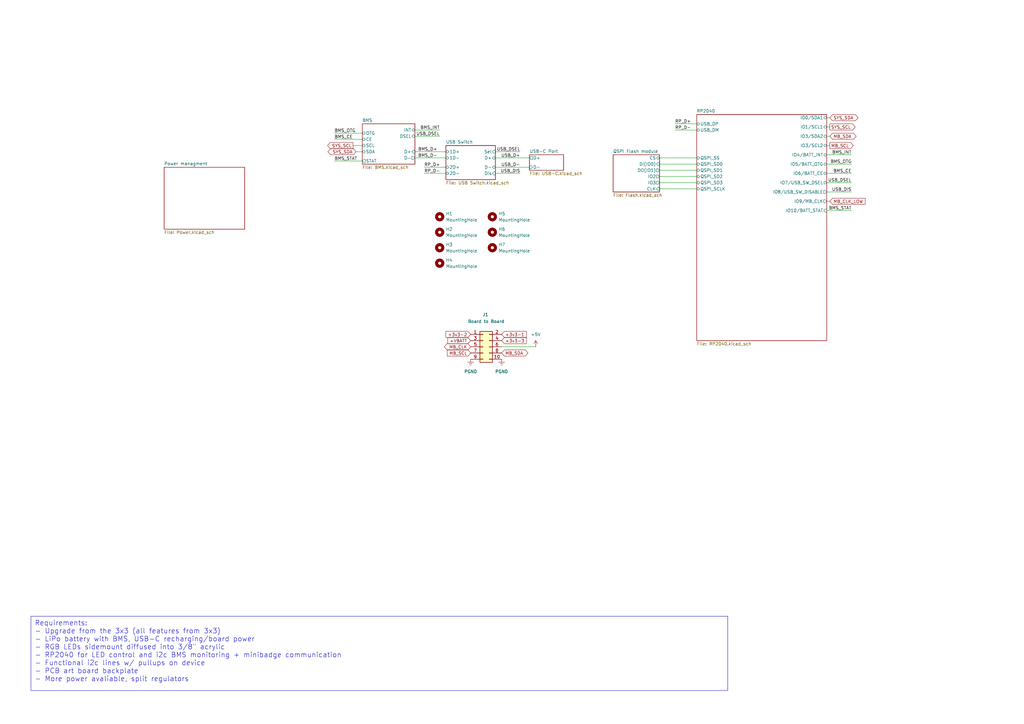
<source format=kicad_sch>
(kicad_sch (version 20231120) (generator "eeschema") (generator_version "8.0")
  (paper "A3")
  (lib_symbols
    (symbol "BQ25895-accurate:PGND" (power) (pin_numbers hide) (pin_names hide) (in_bom no) (on_board no)
      (property "Value" "PGND" (at 0 -3.302 0))
      (symbol "PGND_0_1"
        (polyline (pts (xy -0.635 -1.905) (xy 0.635 -1.905)))
        (polyline (pts (xy -0.127 -2.54) (xy 0.127 -2.54)))
        (polyline (pts (xy 0 -1.27) (xy 0 0)))
        (polyline (pts (xy 1.27 -1.27) (xy -1.27 -1.27)))
      )
      (symbol "PGND_1_1"
        (pin power_in line (at 0 0 270) (length 0) (name "~") (number ""))
      )
    )
    (symbol "Connector_Generic:Conn_02x05_Odd_Even" (pin_names (offset 1.016) hide)
      (property "Reference" "J" (at 1.27 7.62 0))
      (property "Value" "Conn_02x05_Odd_Even" (at 1.27 -7.62 0))
      (symbol "Conn_02x05_Odd_Even_1_1"
        (rectangle (start -1.27 -4.953) (end 0 -5.207) (stroke (width 0.1524)))
        (rectangle (start -1.27 -2.413) (end 0 -2.667) (stroke (width 0.1524)))
        (rectangle (start -1.27 0.127) (end 0 -0.127) (stroke (width 0.1524)))
        (rectangle (start -1.27 2.667) (end 0 2.413) (stroke (width 0.1524)))
        (rectangle (start -1.27 5.207) (end 0 4.953) (stroke (width 0.1524)))
        (rectangle (start -1.27 6.35) (end 3.81 -6.35) (stroke (width 0.254)) (fill (type background)))
        (rectangle (start 3.81 -4.953) (end 2.54 -5.207) (stroke (width 0.1524)))
        (rectangle (start 3.81 -2.413) (end 2.54 -2.667) (stroke (width 0.1524)))
        (rectangle (start 3.81 0.127) (end 2.54 -0.127) (stroke (width 0.1524)))
        (rectangle (start 3.81 2.667) (end 2.54 2.413) (stroke (width 0.1524)))
        (rectangle (start 3.81 5.207) (end 2.54 4.953) (stroke (width 0.1524)))
        (pin passive line (at -5.08 5.08 0) (length 3.81) (name "Pin_1") (number "1"))
        (pin passive line (at 7.62 -5.08 180) (length 3.81) (name "Pin_10") (number "10"))
        (pin passive line (at 7.62 5.08 180) (length 3.81) (name "Pin_2") (number "2"))
        (pin passive line (at -5.08 2.54 0) (length 3.81) (name "Pin_3") (number "3"))
        (pin passive line (at 7.62 2.54 180) (length 3.81) (name "Pin_4") (number "4"))
        (pin passive line (at -5.08 0 0) (length 3.81) (name "Pin_5") (number "5"))
        (pin passive line (at 7.62 0 180) (length 3.81) (name "Pin_6") (number "6"))
        (pin passive line (at -5.08 -2.54 0) (length 3.81) (name "Pin_7") (number "7"))
        (pin passive line (at 7.62 -2.54 180) (length 3.81) (name "Pin_8") (number "8"))
        (pin passive line (at -5.08 -5.08 0) (length 3.81) (name "Pin_9") (number "9"))
      )
    )
    (symbol "Mechanical:MountingHole" (pin_names (offset 1.016)) (exclude_from_sim yes) (in_bom no)
      (property "Reference" "H" (at 0 5.08 0))
      (property "Value" "MountingHole" (at 0 3.175 0))
      (symbol "MountingHole_0_1"
        (circle (center 0 0) (radius 1.27) (stroke (width 1.27)))
      )
    )
    (symbol "power:+5V" (power) (pin_numbers hide) (pin_names (offset 0) hide)
      (property "Value" "+5V" (at 0 3.556 0))
      (symbol "+5V_0_1"
        (polyline (pts (xy -0.762 1.27) (xy 0 2.54)))
        (polyline (pts (xy 0 0) (xy 0 2.54)))
        (polyline (pts (xy 0 2.54) (xy 0.762 1.27)))
      )
      (symbol "+5V_1_1"
        (pin power_in line (at 0 0 90) (length 0) (name "~") (number "1"))
      )
    )
  )
  (wire (pts (xy 137.16 66.04) (xy 148.59 66.04)))
  (wire (pts (xy 276.86 50.8) (xy 285.75 50.8)))
  (wire (pts (xy 339.09 48.26) (xy 340.36 48.26)))
  (wire (pts (xy 173.99 68.58) (xy 182.88 68.58)))
  (wire (pts (xy 144.78 59.69) (xy 148.59 59.69)))
  (wire (pts (xy 170.18 64.77) (xy 182.88 64.77)))
  (wire (pts (xy 339.09 74.93) (xy 349.25 74.93)))
  (wire (pts (xy 270.51 72.39) (xy 285.75 72.39)))
  (wire (pts (xy 339.09 78.74) (xy 349.25 78.74)))
  (wire (pts (xy 203.2 68.58) (xy 217.17 68.58)))
  (wire (pts (xy 339.09 52.07) (xy 340.36 52.07)))
  (wire (pts (xy 137.16 54.61) (xy 148.59 54.61)))
  (wire (pts (xy 203.2 64.77) (xy 217.17 64.77)))
  (wire (pts (xy 203.2 71.12) (xy 213.36 71.12)))
  (wire (pts (xy 146.05 62.23) (xy 148.59 62.23)))
  (wire (pts (xy 339.09 71.12) (xy 349.25 71.12)))
  (wire (pts (xy 339.09 67.31) (xy 349.25 67.31)))
  (wire (pts (xy 339.09 59.69) (xy 340.36 59.69)))
  (wire (pts (xy 276.86 53.34) (xy 285.75 53.34)))
  (wire (pts (xy 219.71 142.24) (xy 205.74 142.24)))
  (wire (pts (xy 170.18 62.23) (xy 182.88 62.23)))
  (wire (pts (xy 339.09 86.36) (xy 349.25 86.36)))
  (wire (pts (xy 270.51 77.47) (xy 285.75 77.47)))
  (wire (pts (xy 173.99 71.12) (xy 182.88 71.12)))
  (wire (pts (xy 270.51 74.93) (xy 285.75 74.93)))
  (wire (pts (xy 137.16 57.15) (xy 148.59 57.15)))
  (wire (pts (xy 270.51 64.77) (xy 285.75 64.77)))
  (wire (pts (xy 339.09 63.5) (xy 349.25 63.5)))
  (wire (pts (xy 339.09 55.88) (xy 340.36 55.88)))
  (wire (pts (xy 270.51 67.31) (xy 285.75 67.31)))
  (wire (pts (xy 170.18 55.88) (xy 180.34 55.88)))
  (wire (pts (xy 270.51 69.85) (xy 285.75 69.85)))
  (wire (pts (xy 170.18 53.34) (xy 180.34 53.34)))
  (wire (pts (xy 340.36 82.55) (xy 339.09 82.55)))
  (wire (pts (xy 203.2 62.23) (xy 213.36 62.23)))
  (text_box "Requirements:\n- Upgrade from the 3x3 (all features from 3x3)\n- LiPo battery with BMS, USB-C recharging/board power\n- RGB LEDs sidemount diffused into 3/8\" acrylic\n- RP2040 for LED control and i2c BMS monitoring + minibadge communication\n- Functional i2c lines w/ pullups on device\n- PCB art board backplate\n- More power avaliable, split regulators" (at 12.7 252.73 0) (size 285.75 30.48) (effects (font (size 2.032 2.032)) (justify left top)))
  (label "RP_D+" (at 276.86 50.8 0))
  (label "BMS_INT" (at 349.25 63.5 180))
  (label "BMS_CE" (at 137.16 57.15 0))
  (label "BMS_D+" (at 171.45 62.23 0))
  (label "BMS_OTG" (at 349.25 67.31 180))
  (label "USB_D-" (at 213.36 68.58 180))
  (label "BMS_D-" (at 171.45 64.77 0))
  (label "RP_D+" (at 173.99 68.58 0))
  (label "BMS_OTG" (at 137.16 54.61 0))
  (label "BMS_STAT" (at 137.16 66.04 0))
  (label "USB_DIS" (at 213.36 71.12 180))
  (label "USB_DSEL" (at 180.34 55.88 180))
  (label "BMS_STAT" (at 349.25 86.36 180))
  (label "USB_D+" (at 213.36 64.77 180))
  (label "RP_D-" (at 276.86 53.34 0))
  (label "USB_DSEL" (at 349.25 74.93 180))
  (label "RP_D-" (at 173.99 71.12 0))
  (label "USB_DIS" (at 349.25 78.74 180))
  (label "BMS_INT" (at 180.34 53.34 180))
  (label "USB_DSEL" (at 213.36 62.23 180))
  (label "BMS_CE" (at 349.25 71.12 180))
  (global_label "MB_SDA" (shape bidirectional) (at 205.74 144.78 0) (property "Intersheetrefs" "${INTERSHEET_REFS}" (effects (hide yes))))
  (global_label "MB_SCL" (shape input) (at 193.04 144.78 180) (property "Intersheetrefs" "${INTERSHEET_REFS}" (effects (hide yes))))
  (global_label "SYS_SCL" (shape output) (at 144.78 59.69 180) (property "Intersheetrefs" "${INTERSHEET_REFS}" (effects (hide yes))))
  (global_label "SYS_SDA" (shape bidirectional) (at 146.05 62.23 180) (property "Intersheetrefs" "${INTERSHEET_REFS}" (effects (hide yes))))
  (global_label "SYS_SDA" (shape bidirectional) (at 340.36 48.26 0) (property "Intersheetrefs" "${INTERSHEET_REFS}" (effects (hide yes))))
  (global_label "+3v3-1" (shape input) (at 205.74 137.16 0) (property "Intersheetrefs" "${INTERSHEET_REFS}" (effects (hide yes))))
  (global_label "MB_CLK_LOW" (shape input) (at 340.36 82.55 0) (property "Intersheetrefs" "${INTERSHEET_REFS}" (effects (hide yes))))
  (global_label "MB_CLK" (shape bidirectional) (at 193.04 142.24 180) (property "Intersheetrefs" "${INTERSHEET_REFS}" (effects (hide yes))))
  (global_label "MB_SCL" (shape output) (at 340.36 59.69 0) (property "Intersheetrefs" "${INTERSHEET_REFS}" (effects (hide yes))))
  (global_label "+VBATT" (shape input) (at 193.04 139.7 180) (property "Intersheetrefs" "${INTERSHEET_REFS}" (effects (hide yes))))
  (global_label "+3v3-3" (shape input) (at 205.74 139.7 0) (property "Intersheetrefs" "${INTERSHEET_REFS}" (effects (hide yes))))
  (global_label "SYS_SCL" (shape output) (at 340.36 52.07 0) (property "Intersheetrefs" "${INTERSHEET_REFS}" (effects (hide yes))))
  (global_label "+3v3-2" (shape input) (at 193.04 137.16 180) (property "Intersheetrefs" "${INTERSHEET_REFS}" (effects (hide yes))))
  (global_label "MB_SDA" (shape bidirectional) (at 340.36 55.88 0) (property "Intersheetrefs" "${INTERSHEET_REFS}" (effects (hide yes))))
  (symbol (lib_id "power:+5V") (at 219.71 142.24 0) (mirror y) (unit 1)
    (property "Reference" "#PWR01" (effects (hide yes)))
    (property "Value" "+5V" (at 219.71 137.16 0))
    (property "Description" "Power symbol creates a global label with name \"+5V\"" (effects (hide yes)))
  )
  (symbol (lib_id "Mechanical:MountingHole") (at 180.34 95.25 0) (unit 1) (exclude_from_sim yes) (in_bom no)
    (property "Reference" "H2" (at 182.88 93.9799 0) (effects (justify left)))
    (property "Value" "MountingHole" (at 182.88 96.5199 0) (effects (justify left)))
    (property "Description" "Mounting Hole without connection" (effects (hide yes)))
  )
  (symbol (lib_id "Connector_Generic:Conn_02x05_Odd_Even") (at 198.12 142.24 0) (unit 1)
    (property "Reference" "J1" (at 199.136 129.032 0))
    (property "Value" "Board to Board" (at 199.39 131.826 0))
    (property "Footprint" "Connector_PinSocket_2.54mm:PinSocket_2x05_P2.54mm_Vertical_SMD" (effects (hide yes)))
    (property "Description" "Generic connector, double row, 02x05, odd/even pin numbering scheme (row 1 odd numbers, row 2 even numbers), script generated (kicad-library-utils/schlib/autogen/connector/)" (effects (hide yes)))
  )
  (symbol (lib_id "Mechanical:MountingHole") (at 201.93 88.9 0) (unit 1) (exclude_from_sim yes) (in_bom no)
    (property "Reference" "H5" (at 204.47 87.6299 0) (effects (justify left)))
    (property "Value" "MountingHole" (at 204.47 90.1699 0) (effects (justify left)))
    (property "Description" "Mounting Hole without connection" (effects (hide yes)))
  )
  (symbol (lib_id "Mechanical:MountingHole") (at 180.34 101.6 0) (unit 1) (exclude_from_sim yes) (in_bom no)
    (property "Reference" "H3" (at 182.88 100.3299 0) (effects (justify left)))
    (property "Value" "MountingHole" (at 182.88 102.8699 0) (effects (justify left)))
    (property "Description" "Mounting Hole without connection" (effects (hide yes)))
  )
  (symbol (lib_id "BQ25895-accurate:PGND") (at 193.04 147.32 0) (unit 1) (in_bom no) (on_board no)
    (property "Reference" "#PWR035" (effects (hide yes)))
    (property "Value" "PGND" (at 193.04 152.4 0))
  )
  (symbol (lib_id "BQ25895-accurate:PGND") (at 205.74 147.32 0) (unit 1) (in_bom no) (on_board no)
    (property "Reference" "#PWR037" (effects (hide yes)))
    (property "Value" "PGND" (at 205.74 152.4 0))
  )
  (symbol (lib_id "Mechanical:MountingHole") (at 201.93 101.6 0) (unit 1) (exclude_from_sim yes) (in_bom no)
    (property "Reference" "H7" (at 204.47 100.3299 0) (effects (justify left)))
    (property "Value" "MountingHole" (at 204.47 102.8699 0) (effects (justify left)))
    (property "Description" "Mounting Hole without connection" (effects (hide yes)))
  )
  (symbol (lib_id "Mechanical:MountingHole") (at 180.34 88.9 0) (unit 1) (exclude_from_sim yes) (in_bom no)
    (property "Reference" "H1" (at 182.88 87.6299 0) (effects (justify left)))
    (property "Value" "MountingHole" (at 182.88 90.1699 0) (effects (justify left)))
    (property "Description" "Mounting Hole without connection" (effects (hide yes)))
  )
  (symbol (lib_id "Mechanical:MountingHole") (at 201.93 95.25 0) (unit 1) (exclude_from_sim yes) (in_bom no)
    (property "Reference" "H6" (at 204.47 93.9799 0) (effects (justify left)))
    (property "Value" "MountingHole" (at 204.47 96.5199 0) (effects (justify left)))
    (property "Description" "Mounting Hole without connection" (effects (hide yes)))
  )
  (symbol (lib_id "Mechanical:MountingHole") (at 180.34 107.95 0) (unit 1) (exclude_from_sim yes) (in_bom no)
    (property "Reference" "H4" (at 182.88 106.6799 0) (effects (justify left)))
    (property "Value" "MountingHole" (at 182.88 109.2199 0) (effects (justify left)))
    (property "Description" "Mounting Hole without connection" (effects (hide yes)))
  )
  (sheet (at 251.46 63.5) (size 19.05 15.24) (stroke (width 0.1524))
    (property "Sheetname" "QSPI Flash module" (at 251.46 62.7884 0) (effects (justify left bottom)))
    (property "Sheetfile" "Flash.kicad_sch" (at 251.46 79.3246 0) (effects (justify left top)))
    (pin "CLK" input (at 270.51 77.47 0))
    (pin "DI(IO0)" input (at 270.51 67.31 0))
    (pin "CS" bidirectional (at 270.51 64.77 0))
    (pin "DO(IO1)" output (at 270.51 69.85 0))
    (pin "IO2" output (at 270.51 72.39 0))
    (pin "IO3" output (at 270.51 74.93 0))
  )
  (sheet (at 67.31 68.58) (size 33.02 25.4) (stroke (width 0.1524))
    (property "Sheetname" "Power managment" (at 67.31 67.8684 0) (effects (justify left bottom)))
    (property "Sheetfile" "Power.kicad_sch" (at 67.31 94.5646 0) (effects (justify left top)))
  )
  (sheet (at 285.75 46.99) (size 53.34 92.71) (stroke (width 0.1524))
    (property "Sheetname" "RP2040" (at 285.75 46.2784 0) (effects (justify left bottom)))
    (property "Sheetfile" "RP2040.kicad_sch" (at 285.75 140.2846 0) (effects (justify left top)))
    (pin "QSPI_SS" bidirectional (at 285.75 64.77 180))
    (pin "QSPI_SD0" bidirectional (at 285.75 67.31 180))
    (pin "QSPI_SD1" bidirectional (at 285.75 69.85 180))
    (pin "QSPI_SD2" bidirectional (at 285.75 72.39 180))
    (pin "QSPI_SD3" bidirectional (at 285.75 74.93 180))
    (pin "QSPI_SCLK" bidirectional (at 285.75 77.47 180))
    (pin "IO6{slash}BATT_CE" bidirectional (at 339.09 71.12 0))
    (pin "IO3/SCL2" bidirectional (at 339.09 59.69 0))
    (pin "IO0{slash}SDA1" bidirectional (at 339.09 48.26 0))
    (pin "IO1/SCL1" bidirectional (at 339.09 52.07 0))
    (pin "IO3/SDA2" bidirectional (at 339.09 55.88 0))
    (pin "USB_DP" bidirectional (at 285.75 50.8 180))
    (pin "USB_DM" bidirectional (at 285.75 53.34 180))
    (pin "IO4/BATT_INT" bidirectional (at 339.09 63.5 0))
    (pin "IO5/BATT_OTG" bidirectional (at 339.09 67.31 0))
    (pin "IO8{slash}USB_SW_DISABLE" output (at 339.09 78.74 0))
    (pin "IO7/USB_SW_DSEL" bidirectional (at 339.09 74.93 0))
    (pin "IO9{slash}MB_CLK" output (at 339.09 82.55 0))
    (pin "IO10{slash}BATT_STAT" input (at 339.09 86.36 0))
  )
  (sheet (at 182.88 59.69) (size 20.32 13.97) (stroke (width 0.1524))
    (property "Sheetname" "USB Switch" (at 182.88 58.9784 0) (effects (justify left bottom)))
    (property "Sheetfile" "USB Switch.kicad_sch" (at 182.88 74.2446 0) (effects (justify left top)))
    (pin "D-" bidirectional (at 203.2 68.58 0))
    (pin "Sel" input (at 203.2 62.23 0))
    (pin "D+" bidirectional (at 203.2 64.77 0))
    (pin "Dis" input (at 203.2 71.12 0))
    (pin "2D+" bidirectional (at 182.88 68.58 180))
    (pin "1D+" bidirectional (at 182.88 62.23 180))
    (pin "1D-" bidirectional (at 182.88 64.77 180))
    (pin "2D-" bidirectional (at 182.88 71.12 180))
  )
  (sheet (at 217.17 63.5) (size 13.97 6.35) (stroke (width 0.1524))
    (property "Sheetname" "USB-C Port" (at 217.17 62.7884 0) (effects (justify left bottom)))
    (property "Sheetfile" "USB-C.kicad_sch" (at 217.17 70.4346 0) (effects (justify left top)))
    (pin "D-" input (at 217.17 68.58 180))
    (pin "D+" output (at 217.17 64.77 180))
  )
  (sheet (at 148.59 50.8) (size 21.59 16.51) (stroke (width 0.1524))
    (property "Sheetname" "BMS" (at 148.59 50.0884 0) (effects (justify left bottom)))
    (property "Sheetfile" "BMS.kicad_sch" (at 148.59 67.8946 0) (effects (justify left top)))
    (pin "D-" output (at 170.18 64.77 0))
    (pin "D+" input (at 170.18 62.23 0))
    (pin "DSEL" bidirectional (at 170.18 55.88 0))
    (pin "SDA" bidirectional (at 148.59 62.23 180))
    (pin "SCL" bidirectional (at 148.59 59.69 180))
    (pin "INT" bidirectional (at 170.18 53.34 0))
    (pin "CE" bidirectional (at 148.59 57.15 180))
    (pin "OTG" bidirectional (at 148.59 54.61 180))
    (pin "STAT" output (at 148.59 66.04 180))
  )
)
</source>
